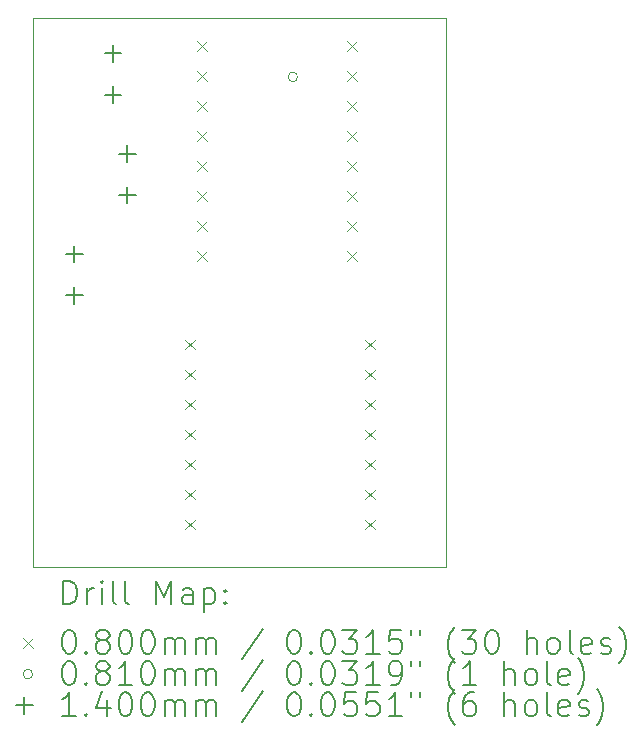
<source format=gbr>
%TF.GenerationSoftware,KiCad,Pcbnew,8.0.6*%
%TF.CreationDate,2024-10-28T18:17:31-04:00*%
%TF.ProjectId,polulu_motor,706f6c75-6c75-45f6-9d6f-746f722e6b69,rev?*%
%TF.SameCoordinates,Original*%
%TF.FileFunction,Drillmap*%
%TF.FilePolarity,Positive*%
%FSLAX45Y45*%
G04 Gerber Fmt 4.5, Leading zero omitted, Abs format (unit mm)*
G04 Created by KiCad (PCBNEW 8.0.6) date 2024-10-28 18:17:31*
%MOMM*%
%LPD*%
G01*
G04 APERTURE LIST*
%ADD10C,0.050000*%
%ADD11C,0.200000*%
%ADD12C,0.100000*%
%ADD13C,0.140000*%
G04 APERTURE END LIST*
D10*
X11550000Y-4550000D02*
X15050000Y-4550000D01*
X15050000Y-9200000D01*
X11550000Y-9200000D01*
X11550000Y-4550000D01*
D11*
D12*
X12841500Y-7275000D02*
X12921500Y-7355000D01*
X12921500Y-7275000D02*
X12841500Y-7355000D01*
X12841500Y-7529000D02*
X12921500Y-7609000D01*
X12921500Y-7529000D02*
X12841500Y-7609000D01*
X12841500Y-7783000D02*
X12921500Y-7863000D01*
X12921500Y-7783000D02*
X12841500Y-7863000D01*
X12841500Y-8037000D02*
X12921500Y-8117000D01*
X12921500Y-8037000D02*
X12841500Y-8117000D01*
X12841500Y-8291000D02*
X12921500Y-8371000D01*
X12921500Y-8291000D02*
X12841500Y-8371000D01*
X12841500Y-8545000D02*
X12921500Y-8625000D01*
X12921500Y-8545000D02*
X12841500Y-8625000D01*
X12841500Y-8799000D02*
X12921500Y-8879000D01*
X12921500Y-8799000D02*
X12841500Y-8879000D01*
X12940000Y-4748000D02*
X13020000Y-4828000D01*
X13020000Y-4748000D02*
X12940000Y-4828000D01*
X12940000Y-5002000D02*
X13020000Y-5082000D01*
X13020000Y-5002000D02*
X12940000Y-5082000D01*
X12940000Y-5256000D02*
X13020000Y-5336000D01*
X13020000Y-5256000D02*
X12940000Y-5336000D01*
X12940000Y-5510000D02*
X13020000Y-5590000D01*
X13020000Y-5510000D02*
X12940000Y-5590000D01*
X12940000Y-5764000D02*
X13020000Y-5844000D01*
X13020000Y-5764000D02*
X12940000Y-5844000D01*
X12940000Y-6018000D02*
X13020000Y-6098000D01*
X13020000Y-6018000D02*
X12940000Y-6098000D01*
X12940000Y-6272000D02*
X13020000Y-6352000D01*
X13020000Y-6272000D02*
X12940000Y-6352000D01*
X12940000Y-6526000D02*
X13020000Y-6606000D01*
X13020000Y-6526000D02*
X12940000Y-6606000D01*
X14210000Y-4748000D02*
X14290000Y-4828000D01*
X14290000Y-4748000D02*
X14210000Y-4828000D01*
X14210000Y-5002000D02*
X14290000Y-5082000D01*
X14290000Y-5002000D02*
X14210000Y-5082000D01*
X14210000Y-5256000D02*
X14290000Y-5336000D01*
X14290000Y-5256000D02*
X14210000Y-5336000D01*
X14210000Y-5510000D02*
X14290000Y-5590000D01*
X14290000Y-5510000D02*
X14210000Y-5590000D01*
X14210000Y-5764000D02*
X14290000Y-5844000D01*
X14290000Y-5764000D02*
X14210000Y-5844000D01*
X14210000Y-6018000D02*
X14290000Y-6098000D01*
X14290000Y-6018000D02*
X14210000Y-6098000D01*
X14210000Y-6272000D02*
X14290000Y-6352000D01*
X14290000Y-6272000D02*
X14210000Y-6352000D01*
X14210000Y-6526000D02*
X14290000Y-6606000D01*
X14290000Y-6526000D02*
X14210000Y-6606000D01*
X14365000Y-7275000D02*
X14445000Y-7355000D01*
X14445000Y-7275000D02*
X14365000Y-7355000D01*
X14365000Y-7529000D02*
X14445000Y-7609000D01*
X14445000Y-7529000D02*
X14365000Y-7609000D01*
X14365000Y-7783000D02*
X14445000Y-7863000D01*
X14445000Y-7783000D02*
X14365000Y-7863000D01*
X14365000Y-8037000D02*
X14445000Y-8117000D01*
X14445000Y-8037000D02*
X14365000Y-8117000D01*
X14365000Y-8291000D02*
X14445000Y-8371000D01*
X14445000Y-8291000D02*
X14365000Y-8371000D01*
X14365000Y-8545000D02*
X14445000Y-8625000D01*
X14445000Y-8545000D02*
X14365000Y-8625000D01*
X14365000Y-8799000D02*
X14445000Y-8879000D01*
X14445000Y-8799000D02*
X14365000Y-8879000D01*
X13790500Y-5050000D02*
G75*
G02*
X13709500Y-5050000I-40500J0D01*
G01*
X13709500Y-5050000D02*
G75*
G02*
X13790500Y-5050000I40500J0D01*
G01*
D13*
X11900000Y-6480000D02*
X11900000Y-6620000D01*
X11830000Y-6550000D02*
X11970000Y-6550000D01*
X11900000Y-6830000D02*
X11900000Y-6970000D01*
X11830000Y-6900000D02*
X11970000Y-6900000D01*
X12228000Y-4780000D02*
X12228000Y-4920000D01*
X12158000Y-4850000D02*
X12298000Y-4850000D01*
X12228000Y-5130000D02*
X12228000Y-5270000D01*
X12158000Y-5200000D02*
X12298000Y-5200000D01*
X12350000Y-5630000D02*
X12350000Y-5770000D01*
X12280000Y-5700000D02*
X12420000Y-5700000D01*
X12350000Y-5980000D02*
X12350000Y-6120000D01*
X12280000Y-6050000D02*
X12420000Y-6050000D01*
D11*
X11808277Y-9513984D02*
X11808277Y-9313984D01*
X11808277Y-9313984D02*
X11855896Y-9313984D01*
X11855896Y-9313984D02*
X11884467Y-9323508D01*
X11884467Y-9323508D02*
X11903515Y-9342555D01*
X11903515Y-9342555D02*
X11913039Y-9361603D01*
X11913039Y-9361603D02*
X11922562Y-9399698D01*
X11922562Y-9399698D02*
X11922562Y-9428270D01*
X11922562Y-9428270D02*
X11913039Y-9466365D01*
X11913039Y-9466365D02*
X11903515Y-9485412D01*
X11903515Y-9485412D02*
X11884467Y-9504460D01*
X11884467Y-9504460D02*
X11855896Y-9513984D01*
X11855896Y-9513984D02*
X11808277Y-9513984D01*
X12008277Y-9513984D02*
X12008277Y-9380650D01*
X12008277Y-9418746D02*
X12017801Y-9399698D01*
X12017801Y-9399698D02*
X12027324Y-9390174D01*
X12027324Y-9390174D02*
X12046372Y-9380650D01*
X12046372Y-9380650D02*
X12065420Y-9380650D01*
X12132086Y-9513984D02*
X12132086Y-9380650D01*
X12132086Y-9313984D02*
X12122562Y-9323508D01*
X12122562Y-9323508D02*
X12132086Y-9333031D01*
X12132086Y-9333031D02*
X12141610Y-9323508D01*
X12141610Y-9323508D02*
X12132086Y-9313984D01*
X12132086Y-9313984D02*
X12132086Y-9333031D01*
X12255896Y-9513984D02*
X12236848Y-9504460D01*
X12236848Y-9504460D02*
X12227324Y-9485412D01*
X12227324Y-9485412D02*
X12227324Y-9313984D01*
X12360658Y-9513984D02*
X12341610Y-9504460D01*
X12341610Y-9504460D02*
X12332086Y-9485412D01*
X12332086Y-9485412D02*
X12332086Y-9313984D01*
X12589229Y-9513984D02*
X12589229Y-9313984D01*
X12589229Y-9313984D02*
X12655896Y-9456841D01*
X12655896Y-9456841D02*
X12722562Y-9313984D01*
X12722562Y-9313984D02*
X12722562Y-9513984D01*
X12903515Y-9513984D02*
X12903515Y-9409222D01*
X12903515Y-9409222D02*
X12893991Y-9390174D01*
X12893991Y-9390174D02*
X12874943Y-9380650D01*
X12874943Y-9380650D02*
X12836848Y-9380650D01*
X12836848Y-9380650D02*
X12817801Y-9390174D01*
X12903515Y-9504460D02*
X12884467Y-9513984D01*
X12884467Y-9513984D02*
X12836848Y-9513984D01*
X12836848Y-9513984D02*
X12817801Y-9504460D01*
X12817801Y-9504460D02*
X12808277Y-9485412D01*
X12808277Y-9485412D02*
X12808277Y-9466365D01*
X12808277Y-9466365D02*
X12817801Y-9447317D01*
X12817801Y-9447317D02*
X12836848Y-9437793D01*
X12836848Y-9437793D02*
X12884467Y-9437793D01*
X12884467Y-9437793D02*
X12903515Y-9428270D01*
X12998753Y-9380650D02*
X12998753Y-9580650D01*
X12998753Y-9390174D02*
X13017801Y-9380650D01*
X13017801Y-9380650D02*
X13055896Y-9380650D01*
X13055896Y-9380650D02*
X13074943Y-9390174D01*
X13074943Y-9390174D02*
X13084467Y-9399698D01*
X13084467Y-9399698D02*
X13093991Y-9418746D01*
X13093991Y-9418746D02*
X13093991Y-9475889D01*
X13093991Y-9475889D02*
X13084467Y-9494936D01*
X13084467Y-9494936D02*
X13074943Y-9504460D01*
X13074943Y-9504460D02*
X13055896Y-9513984D01*
X13055896Y-9513984D02*
X13017801Y-9513984D01*
X13017801Y-9513984D02*
X12998753Y-9504460D01*
X13179705Y-9494936D02*
X13189229Y-9504460D01*
X13189229Y-9504460D02*
X13179705Y-9513984D01*
X13179705Y-9513984D02*
X13170182Y-9504460D01*
X13170182Y-9504460D02*
X13179705Y-9494936D01*
X13179705Y-9494936D02*
X13179705Y-9513984D01*
X13179705Y-9390174D02*
X13189229Y-9399698D01*
X13189229Y-9399698D02*
X13179705Y-9409222D01*
X13179705Y-9409222D02*
X13170182Y-9399698D01*
X13170182Y-9399698D02*
X13179705Y-9390174D01*
X13179705Y-9390174D02*
X13179705Y-9409222D01*
D12*
X11467500Y-9802500D02*
X11547500Y-9882500D01*
X11547500Y-9802500D02*
X11467500Y-9882500D01*
D11*
X11846372Y-9733984D02*
X11865420Y-9733984D01*
X11865420Y-9733984D02*
X11884467Y-9743508D01*
X11884467Y-9743508D02*
X11893991Y-9753031D01*
X11893991Y-9753031D02*
X11903515Y-9772079D01*
X11903515Y-9772079D02*
X11913039Y-9810174D01*
X11913039Y-9810174D02*
X11913039Y-9857793D01*
X11913039Y-9857793D02*
X11903515Y-9895889D01*
X11903515Y-9895889D02*
X11893991Y-9914936D01*
X11893991Y-9914936D02*
X11884467Y-9924460D01*
X11884467Y-9924460D02*
X11865420Y-9933984D01*
X11865420Y-9933984D02*
X11846372Y-9933984D01*
X11846372Y-9933984D02*
X11827324Y-9924460D01*
X11827324Y-9924460D02*
X11817801Y-9914936D01*
X11817801Y-9914936D02*
X11808277Y-9895889D01*
X11808277Y-9895889D02*
X11798753Y-9857793D01*
X11798753Y-9857793D02*
X11798753Y-9810174D01*
X11798753Y-9810174D02*
X11808277Y-9772079D01*
X11808277Y-9772079D02*
X11817801Y-9753031D01*
X11817801Y-9753031D02*
X11827324Y-9743508D01*
X11827324Y-9743508D02*
X11846372Y-9733984D01*
X11998753Y-9914936D02*
X12008277Y-9924460D01*
X12008277Y-9924460D02*
X11998753Y-9933984D01*
X11998753Y-9933984D02*
X11989229Y-9924460D01*
X11989229Y-9924460D02*
X11998753Y-9914936D01*
X11998753Y-9914936D02*
X11998753Y-9933984D01*
X12122562Y-9819698D02*
X12103515Y-9810174D01*
X12103515Y-9810174D02*
X12093991Y-9800650D01*
X12093991Y-9800650D02*
X12084467Y-9781603D01*
X12084467Y-9781603D02*
X12084467Y-9772079D01*
X12084467Y-9772079D02*
X12093991Y-9753031D01*
X12093991Y-9753031D02*
X12103515Y-9743508D01*
X12103515Y-9743508D02*
X12122562Y-9733984D01*
X12122562Y-9733984D02*
X12160658Y-9733984D01*
X12160658Y-9733984D02*
X12179705Y-9743508D01*
X12179705Y-9743508D02*
X12189229Y-9753031D01*
X12189229Y-9753031D02*
X12198753Y-9772079D01*
X12198753Y-9772079D02*
X12198753Y-9781603D01*
X12198753Y-9781603D02*
X12189229Y-9800650D01*
X12189229Y-9800650D02*
X12179705Y-9810174D01*
X12179705Y-9810174D02*
X12160658Y-9819698D01*
X12160658Y-9819698D02*
X12122562Y-9819698D01*
X12122562Y-9819698D02*
X12103515Y-9829222D01*
X12103515Y-9829222D02*
X12093991Y-9838746D01*
X12093991Y-9838746D02*
X12084467Y-9857793D01*
X12084467Y-9857793D02*
X12084467Y-9895889D01*
X12084467Y-9895889D02*
X12093991Y-9914936D01*
X12093991Y-9914936D02*
X12103515Y-9924460D01*
X12103515Y-9924460D02*
X12122562Y-9933984D01*
X12122562Y-9933984D02*
X12160658Y-9933984D01*
X12160658Y-9933984D02*
X12179705Y-9924460D01*
X12179705Y-9924460D02*
X12189229Y-9914936D01*
X12189229Y-9914936D02*
X12198753Y-9895889D01*
X12198753Y-9895889D02*
X12198753Y-9857793D01*
X12198753Y-9857793D02*
X12189229Y-9838746D01*
X12189229Y-9838746D02*
X12179705Y-9829222D01*
X12179705Y-9829222D02*
X12160658Y-9819698D01*
X12322562Y-9733984D02*
X12341610Y-9733984D01*
X12341610Y-9733984D02*
X12360658Y-9743508D01*
X12360658Y-9743508D02*
X12370182Y-9753031D01*
X12370182Y-9753031D02*
X12379705Y-9772079D01*
X12379705Y-9772079D02*
X12389229Y-9810174D01*
X12389229Y-9810174D02*
X12389229Y-9857793D01*
X12389229Y-9857793D02*
X12379705Y-9895889D01*
X12379705Y-9895889D02*
X12370182Y-9914936D01*
X12370182Y-9914936D02*
X12360658Y-9924460D01*
X12360658Y-9924460D02*
X12341610Y-9933984D01*
X12341610Y-9933984D02*
X12322562Y-9933984D01*
X12322562Y-9933984D02*
X12303515Y-9924460D01*
X12303515Y-9924460D02*
X12293991Y-9914936D01*
X12293991Y-9914936D02*
X12284467Y-9895889D01*
X12284467Y-9895889D02*
X12274943Y-9857793D01*
X12274943Y-9857793D02*
X12274943Y-9810174D01*
X12274943Y-9810174D02*
X12284467Y-9772079D01*
X12284467Y-9772079D02*
X12293991Y-9753031D01*
X12293991Y-9753031D02*
X12303515Y-9743508D01*
X12303515Y-9743508D02*
X12322562Y-9733984D01*
X12513039Y-9733984D02*
X12532086Y-9733984D01*
X12532086Y-9733984D02*
X12551134Y-9743508D01*
X12551134Y-9743508D02*
X12560658Y-9753031D01*
X12560658Y-9753031D02*
X12570182Y-9772079D01*
X12570182Y-9772079D02*
X12579705Y-9810174D01*
X12579705Y-9810174D02*
X12579705Y-9857793D01*
X12579705Y-9857793D02*
X12570182Y-9895889D01*
X12570182Y-9895889D02*
X12560658Y-9914936D01*
X12560658Y-9914936D02*
X12551134Y-9924460D01*
X12551134Y-9924460D02*
X12532086Y-9933984D01*
X12532086Y-9933984D02*
X12513039Y-9933984D01*
X12513039Y-9933984D02*
X12493991Y-9924460D01*
X12493991Y-9924460D02*
X12484467Y-9914936D01*
X12484467Y-9914936D02*
X12474943Y-9895889D01*
X12474943Y-9895889D02*
X12465420Y-9857793D01*
X12465420Y-9857793D02*
X12465420Y-9810174D01*
X12465420Y-9810174D02*
X12474943Y-9772079D01*
X12474943Y-9772079D02*
X12484467Y-9753031D01*
X12484467Y-9753031D02*
X12493991Y-9743508D01*
X12493991Y-9743508D02*
X12513039Y-9733984D01*
X12665420Y-9933984D02*
X12665420Y-9800650D01*
X12665420Y-9819698D02*
X12674943Y-9810174D01*
X12674943Y-9810174D02*
X12693991Y-9800650D01*
X12693991Y-9800650D02*
X12722563Y-9800650D01*
X12722563Y-9800650D02*
X12741610Y-9810174D01*
X12741610Y-9810174D02*
X12751134Y-9829222D01*
X12751134Y-9829222D02*
X12751134Y-9933984D01*
X12751134Y-9829222D02*
X12760658Y-9810174D01*
X12760658Y-9810174D02*
X12779705Y-9800650D01*
X12779705Y-9800650D02*
X12808277Y-9800650D01*
X12808277Y-9800650D02*
X12827324Y-9810174D01*
X12827324Y-9810174D02*
X12836848Y-9829222D01*
X12836848Y-9829222D02*
X12836848Y-9933984D01*
X12932086Y-9933984D02*
X12932086Y-9800650D01*
X12932086Y-9819698D02*
X12941610Y-9810174D01*
X12941610Y-9810174D02*
X12960658Y-9800650D01*
X12960658Y-9800650D02*
X12989229Y-9800650D01*
X12989229Y-9800650D02*
X13008277Y-9810174D01*
X13008277Y-9810174D02*
X13017801Y-9829222D01*
X13017801Y-9829222D02*
X13017801Y-9933984D01*
X13017801Y-9829222D02*
X13027324Y-9810174D01*
X13027324Y-9810174D02*
X13046372Y-9800650D01*
X13046372Y-9800650D02*
X13074943Y-9800650D01*
X13074943Y-9800650D02*
X13093991Y-9810174D01*
X13093991Y-9810174D02*
X13103515Y-9829222D01*
X13103515Y-9829222D02*
X13103515Y-9933984D01*
X13493991Y-9724460D02*
X13322563Y-9981603D01*
X13751134Y-9733984D02*
X13770182Y-9733984D01*
X13770182Y-9733984D02*
X13789229Y-9743508D01*
X13789229Y-9743508D02*
X13798753Y-9753031D01*
X13798753Y-9753031D02*
X13808277Y-9772079D01*
X13808277Y-9772079D02*
X13817801Y-9810174D01*
X13817801Y-9810174D02*
X13817801Y-9857793D01*
X13817801Y-9857793D02*
X13808277Y-9895889D01*
X13808277Y-9895889D02*
X13798753Y-9914936D01*
X13798753Y-9914936D02*
X13789229Y-9924460D01*
X13789229Y-9924460D02*
X13770182Y-9933984D01*
X13770182Y-9933984D02*
X13751134Y-9933984D01*
X13751134Y-9933984D02*
X13732086Y-9924460D01*
X13732086Y-9924460D02*
X13722563Y-9914936D01*
X13722563Y-9914936D02*
X13713039Y-9895889D01*
X13713039Y-9895889D02*
X13703515Y-9857793D01*
X13703515Y-9857793D02*
X13703515Y-9810174D01*
X13703515Y-9810174D02*
X13713039Y-9772079D01*
X13713039Y-9772079D02*
X13722563Y-9753031D01*
X13722563Y-9753031D02*
X13732086Y-9743508D01*
X13732086Y-9743508D02*
X13751134Y-9733984D01*
X13903515Y-9914936D02*
X13913039Y-9924460D01*
X13913039Y-9924460D02*
X13903515Y-9933984D01*
X13903515Y-9933984D02*
X13893991Y-9924460D01*
X13893991Y-9924460D02*
X13903515Y-9914936D01*
X13903515Y-9914936D02*
X13903515Y-9933984D01*
X14036848Y-9733984D02*
X14055896Y-9733984D01*
X14055896Y-9733984D02*
X14074944Y-9743508D01*
X14074944Y-9743508D02*
X14084467Y-9753031D01*
X14084467Y-9753031D02*
X14093991Y-9772079D01*
X14093991Y-9772079D02*
X14103515Y-9810174D01*
X14103515Y-9810174D02*
X14103515Y-9857793D01*
X14103515Y-9857793D02*
X14093991Y-9895889D01*
X14093991Y-9895889D02*
X14084467Y-9914936D01*
X14084467Y-9914936D02*
X14074944Y-9924460D01*
X14074944Y-9924460D02*
X14055896Y-9933984D01*
X14055896Y-9933984D02*
X14036848Y-9933984D01*
X14036848Y-9933984D02*
X14017801Y-9924460D01*
X14017801Y-9924460D02*
X14008277Y-9914936D01*
X14008277Y-9914936D02*
X13998753Y-9895889D01*
X13998753Y-9895889D02*
X13989229Y-9857793D01*
X13989229Y-9857793D02*
X13989229Y-9810174D01*
X13989229Y-9810174D02*
X13998753Y-9772079D01*
X13998753Y-9772079D02*
X14008277Y-9753031D01*
X14008277Y-9753031D02*
X14017801Y-9743508D01*
X14017801Y-9743508D02*
X14036848Y-9733984D01*
X14170182Y-9733984D02*
X14293991Y-9733984D01*
X14293991Y-9733984D02*
X14227325Y-9810174D01*
X14227325Y-9810174D02*
X14255896Y-9810174D01*
X14255896Y-9810174D02*
X14274944Y-9819698D01*
X14274944Y-9819698D02*
X14284467Y-9829222D01*
X14284467Y-9829222D02*
X14293991Y-9848270D01*
X14293991Y-9848270D02*
X14293991Y-9895889D01*
X14293991Y-9895889D02*
X14284467Y-9914936D01*
X14284467Y-9914936D02*
X14274944Y-9924460D01*
X14274944Y-9924460D02*
X14255896Y-9933984D01*
X14255896Y-9933984D02*
X14198753Y-9933984D01*
X14198753Y-9933984D02*
X14179706Y-9924460D01*
X14179706Y-9924460D02*
X14170182Y-9914936D01*
X14484467Y-9933984D02*
X14370182Y-9933984D01*
X14427325Y-9933984D02*
X14427325Y-9733984D01*
X14427325Y-9733984D02*
X14408277Y-9762555D01*
X14408277Y-9762555D02*
X14389229Y-9781603D01*
X14389229Y-9781603D02*
X14370182Y-9791127D01*
X14665420Y-9733984D02*
X14570182Y-9733984D01*
X14570182Y-9733984D02*
X14560658Y-9829222D01*
X14560658Y-9829222D02*
X14570182Y-9819698D01*
X14570182Y-9819698D02*
X14589229Y-9810174D01*
X14589229Y-9810174D02*
X14636848Y-9810174D01*
X14636848Y-9810174D02*
X14655896Y-9819698D01*
X14655896Y-9819698D02*
X14665420Y-9829222D01*
X14665420Y-9829222D02*
X14674944Y-9848270D01*
X14674944Y-9848270D02*
X14674944Y-9895889D01*
X14674944Y-9895889D02*
X14665420Y-9914936D01*
X14665420Y-9914936D02*
X14655896Y-9924460D01*
X14655896Y-9924460D02*
X14636848Y-9933984D01*
X14636848Y-9933984D02*
X14589229Y-9933984D01*
X14589229Y-9933984D02*
X14570182Y-9924460D01*
X14570182Y-9924460D02*
X14560658Y-9914936D01*
X14751134Y-9733984D02*
X14751134Y-9772079D01*
X14827325Y-9733984D02*
X14827325Y-9772079D01*
X15122563Y-10010174D02*
X15113039Y-10000650D01*
X15113039Y-10000650D02*
X15093991Y-9972079D01*
X15093991Y-9972079D02*
X15084468Y-9953031D01*
X15084468Y-9953031D02*
X15074944Y-9924460D01*
X15074944Y-9924460D02*
X15065420Y-9876841D01*
X15065420Y-9876841D02*
X15065420Y-9838746D01*
X15065420Y-9838746D02*
X15074944Y-9791127D01*
X15074944Y-9791127D02*
X15084468Y-9762555D01*
X15084468Y-9762555D02*
X15093991Y-9743508D01*
X15093991Y-9743508D02*
X15113039Y-9714936D01*
X15113039Y-9714936D02*
X15122563Y-9705412D01*
X15179706Y-9733984D02*
X15303515Y-9733984D01*
X15303515Y-9733984D02*
X15236848Y-9810174D01*
X15236848Y-9810174D02*
X15265420Y-9810174D01*
X15265420Y-9810174D02*
X15284468Y-9819698D01*
X15284468Y-9819698D02*
X15293991Y-9829222D01*
X15293991Y-9829222D02*
X15303515Y-9848270D01*
X15303515Y-9848270D02*
X15303515Y-9895889D01*
X15303515Y-9895889D02*
X15293991Y-9914936D01*
X15293991Y-9914936D02*
X15284468Y-9924460D01*
X15284468Y-9924460D02*
X15265420Y-9933984D01*
X15265420Y-9933984D02*
X15208277Y-9933984D01*
X15208277Y-9933984D02*
X15189229Y-9924460D01*
X15189229Y-9924460D02*
X15179706Y-9914936D01*
X15427325Y-9733984D02*
X15446372Y-9733984D01*
X15446372Y-9733984D02*
X15465420Y-9743508D01*
X15465420Y-9743508D02*
X15474944Y-9753031D01*
X15474944Y-9753031D02*
X15484468Y-9772079D01*
X15484468Y-9772079D02*
X15493991Y-9810174D01*
X15493991Y-9810174D02*
X15493991Y-9857793D01*
X15493991Y-9857793D02*
X15484468Y-9895889D01*
X15484468Y-9895889D02*
X15474944Y-9914936D01*
X15474944Y-9914936D02*
X15465420Y-9924460D01*
X15465420Y-9924460D02*
X15446372Y-9933984D01*
X15446372Y-9933984D02*
X15427325Y-9933984D01*
X15427325Y-9933984D02*
X15408277Y-9924460D01*
X15408277Y-9924460D02*
X15398753Y-9914936D01*
X15398753Y-9914936D02*
X15389229Y-9895889D01*
X15389229Y-9895889D02*
X15379706Y-9857793D01*
X15379706Y-9857793D02*
X15379706Y-9810174D01*
X15379706Y-9810174D02*
X15389229Y-9772079D01*
X15389229Y-9772079D02*
X15398753Y-9753031D01*
X15398753Y-9753031D02*
X15408277Y-9743508D01*
X15408277Y-9743508D02*
X15427325Y-9733984D01*
X15732087Y-9933984D02*
X15732087Y-9733984D01*
X15817801Y-9933984D02*
X15817801Y-9829222D01*
X15817801Y-9829222D02*
X15808277Y-9810174D01*
X15808277Y-9810174D02*
X15789230Y-9800650D01*
X15789230Y-9800650D02*
X15760658Y-9800650D01*
X15760658Y-9800650D02*
X15741610Y-9810174D01*
X15741610Y-9810174D02*
X15732087Y-9819698D01*
X15941610Y-9933984D02*
X15922563Y-9924460D01*
X15922563Y-9924460D02*
X15913039Y-9914936D01*
X15913039Y-9914936D02*
X15903515Y-9895889D01*
X15903515Y-9895889D02*
X15903515Y-9838746D01*
X15903515Y-9838746D02*
X15913039Y-9819698D01*
X15913039Y-9819698D02*
X15922563Y-9810174D01*
X15922563Y-9810174D02*
X15941610Y-9800650D01*
X15941610Y-9800650D02*
X15970182Y-9800650D01*
X15970182Y-9800650D02*
X15989230Y-9810174D01*
X15989230Y-9810174D02*
X15998753Y-9819698D01*
X15998753Y-9819698D02*
X16008277Y-9838746D01*
X16008277Y-9838746D02*
X16008277Y-9895889D01*
X16008277Y-9895889D02*
X15998753Y-9914936D01*
X15998753Y-9914936D02*
X15989230Y-9924460D01*
X15989230Y-9924460D02*
X15970182Y-9933984D01*
X15970182Y-9933984D02*
X15941610Y-9933984D01*
X16122563Y-9933984D02*
X16103515Y-9924460D01*
X16103515Y-9924460D02*
X16093991Y-9905412D01*
X16093991Y-9905412D02*
X16093991Y-9733984D01*
X16274944Y-9924460D02*
X16255896Y-9933984D01*
X16255896Y-9933984D02*
X16217801Y-9933984D01*
X16217801Y-9933984D02*
X16198753Y-9924460D01*
X16198753Y-9924460D02*
X16189230Y-9905412D01*
X16189230Y-9905412D02*
X16189230Y-9829222D01*
X16189230Y-9829222D02*
X16198753Y-9810174D01*
X16198753Y-9810174D02*
X16217801Y-9800650D01*
X16217801Y-9800650D02*
X16255896Y-9800650D01*
X16255896Y-9800650D02*
X16274944Y-9810174D01*
X16274944Y-9810174D02*
X16284468Y-9829222D01*
X16284468Y-9829222D02*
X16284468Y-9848270D01*
X16284468Y-9848270D02*
X16189230Y-9867317D01*
X16360658Y-9924460D02*
X16379706Y-9933984D01*
X16379706Y-9933984D02*
X16417801Y-9933984D01*
X16417801Y-9933984D02*
X16436849Y-9924460D01*
X16436849Y-9924460D02*
X16446372Y-9905412D01*
X16446372Y-9905412D02*
X16446372Y-9895889D01*
X16446372Y-9895889D02*
X16436849Y-9876841D01*
X16436849Y-9876841D02*
X16417801Y-9867317D01*
X16417801Y-9867317D02*
X16389230Y-9867317D01*
X16389230Y-9867317D02*
X16370182Y-9857793D01*
X16370182Y-9857793D02*
X16360658Y-9838746D01*
X16360658Y-9838746D02*
X16360658Y-9829222D01*
X16360658Y-9829222D02*
X16370182Y-9810174D01*
X16370182Y-9810174D02*
X16389230Y-9800650D01*
X16389230Y-9800650D02*
X16417801Y-9800650D01*
X16417801Y-9800650D02*
X16436849Y-9810174D01*
X16513039Y-10010174D02*
X16522563Y-10000650D01*
X16522563Y-10000650D02*
X16541611Y-9972079D01*
X16541611Y-9972079D02*
X16551134Y-9953031D01*
X16551134Y-9953031D02*
X16560658Y-9924460D01*
X16560658Y-9924460D02*
X16570182Y-9876841D01*
X16570182Y-9876841D02*
X16570182Y-9838746D01*
X16570182Y-9838746D02*
X16560658Y-9791127D01*
X16560658Y-9791127D02*
X16551134Y-9762555D01*
X16551134Y-9762555D02*
X16541611Y-9743508D01*
X16541611Y-9743508D02*
X16522563Y-9714936D01*
X16522563Y-9714936D02*
X16513039Y-9705412D01*
D12*
X11547500Y-10106500D02*
G75*
G02*
X11466500Y-10106500I-40500J0D01*
G01*
X11466500Y-10106500D02*
G75*
G02*
X11547500Y-10106500I40500J0D01*
G01*
D11*
X11846372Y-9997984D02*
X11865420Y-9997984D01*
X11865420Y-9997984D02*
X11884467Y-10007508D01*
X11884467Y-10007508D02*
X11893991Y-10017031D01*
X11893991Y-10017031D02*
X11903515Y-10036079D01*
X11903515Y-10036079D02*
X11913039Y-10074174D01*
X11913039Y-10074174D02*
X11913039Y-10121793D01*
X11913039Y-10121793D02*
X11903515Y-10159889D01*
X11903515Y-10159889D02*
X11893991Y-10178936D01*
X11893991Y-10178936D02*
X11884467Y-10188460D01*
X11884467Y-10188460D02*
X11865420Y-10197984D01*
X11865420Y-10197984D02*
X11846372Y-10197984D01*
X11846372Y-10197984D02*
X11827324Y-10188460D01*
X11827324Y-10188460D02*
X11817801Y-10178936D01*
X11817801Y-10178936D02*
X11808277Y-10159889D01*
X11808277Y-10159889D02*
X11798753Y-10121793D01*
X11798753Y-10121793D02*
X11798753Y-10074174D01*
X11798753Y-10074174D02*
X11808277Y-10036079D01*
X11808277Y-10036079D02*
X11817801Y-10017031D01*
X11817801Y-10017031D02*
X11827324Y-10007508D01*
X11827324Y-10007508D02*
X11846372Y-9997984D01*
X11998753Y-10178936D02*
X12008277Y-10188460D01*
X12008277Y-10188460D02*
X11998753Y-10197984D01*
X11998753Y-10197984D02*
X11989229Y-10188460D01*
X11989229Y-10188460D02*
X11998753Y-10178936D01*
X11998753Y-10178936D02*
X11998753Y-10197984D01*
X12122562Y-10083698D02*
X12103515Y-10074174D01*
X12103515Y-10074174D02*
X12093991Y-10064650D01*
X12093991Y-10064650D02*
X12084467Y-10045603D01*
X12084467Y-10045603D02*
X12084467Y-10036079D01*
X12084467Y-10036079D02*
X12093991Y-10017031D01*
X12093991Y-10017031D02*
X12103515Y-10007508D01*
X12103515Y-10007508D02*
X12122562Y-9997984D01*
X12122562Y-9997984D02*
X12160658Y-9997984D01*
X12160658Y-9997984D02*
X12179705Y-10007508D01*
X12179705Y-10007508D02*
X12189229Y-10017031D01*
X12189229Y-10017031D02*
X12198753Y-10036079D01*
X12198753Y-10036079D02*
X12198753Y-10045603D01*
X12198753Y-10045603D02*
X12189229Y-10064650D01*
X12189229Y-10064650D02*
X12179705Y-10074174D01*
X12179705Y-10074174D02*
X12160658Y-10083698D01*
X12160658Y-10083698D02*
X12122562Y-10083698D01*
X12122562Y-10083698D02*
X12103515Y-10093222D01*
X12103515Y-10093222D02*
X12093991Y-10102746D01*
X12093991Y-10102746D02*
X12084467Y-10121793D01*
X12084467Y-10121793D02*
X12084467Y-10159889D01*
X12084467Y-10159889D02*
X12093991Y-10178936D01*
X12093991Y-10178936D02*
X12103515Y-10188460D01*
X12103515Y-10188460D02*
X12122562Y-10197984D01*
X12122562Y-10197984D02*
X12160658Y-10197984D01*
X12160658Y-10197984D02*
X12179705Y-10188460D01*
X12179705Y-10188460D02*
X12189229Y-10178936D01*
X12189229Y-10178936D02*
X12198753Y-10159889D01*
X12198753Y-10159889D02*
X12198753Y-10121793D01*
X12198753Y-10121793D02*
X12189229Y-10102746D01*
X12189229Y-10102746D02*
X12179705Y-10093222D01*
X12179705Y-10093222D02*
X12160658Y-10083698D01*
X12389229Y-10197984D02*
X12274943Y-10197984D01*
X12332086Y-10197984D02*
X12332086Y-9997984D01*
X12332086Y-9997984D02*
X12313039Y-10026555D01*
X12313039Y-10026555D02*
X12293991Y-10045603D01*
X12293991Y-10045603D02*
X12274943Y-10055127D01*
X12513039Y-9997984D02*
X12532086Y-9997984D01*
X12532086Y-9997984D02*
X12551134Y-10007508D01*
X12551134Y-10007508D02*
X12560658Y-10017031D01*
X12560658Y-10017031D02*
X12570182Y-10036079D01*
X12570182Y-10036079D02*
X12579705Y-10074174D01*
X12579705Y-10074174D02*
X12579705Y-10121793D01*
X12579705Y-10121793D02*
X12570182Y-10159889D01*
X12570182Y-10159889D02*
X12560658Y-10178936D01*
X12560658Y-10178936D02*
X12551134Y-10188460D01*
X12551134Y-10188460D02*
X12532086Y-10197984D01*
X12532086Y-10197984D02*
X12513039Y-10197984D01*
X12513039Y-10197984D02*
X12493991Y-10188460D01*
X12493991Y-10188460D02*
X12484467Y-10178936D01*
X12484467Y-10178936D02*
X12474943Y-10159889D01*
X12474943Y-10159889D02*
X12465420Y-10121793D01*
X12465420Y-10121793D02*
X12465420Y-10074174D01*
X12465420Y-10074174D02*
X12474943Y-10036079D01*
X12474943Y-10036079D02*
X12484467Y-10017031D01*
X12484467Y-10017031D02*
X12493991Y-10007508D01*
X12493991Y-10007508D02*
X12513039Y-9997984D01*
X12665420Y-10197984D02*
X12665420Y-10064650D01*
X12665420Y-10083698D02*
X12674943Y-10074174D01*
X12674943Y-10074174D02*
X12693991Y-10064650D01*
X12693991Y-10064650D02*
X12722563Y-10064650D01*
X12722563Y-10064650D02*
X12741610Y-10074174D01*
X12741610Y-10074174D02*
X12751134Y-10093222D01*
X12751134Y-10093222D02*
X12751134Y-10197984D01*
X12751134Y-10093222D02*
X12760658Y-10074174D01*
X12760658Y-10074174D02*
X12779705Y-10064650D01*
X12779705Y-10064650D02*
X12808277Y-10064650D01*
X12808277Y-10064650D02*
X12827324Y-10074174D01*
X12827324Y-10074174D02*
X12836848Y-10093222D01*
X12836848Y-10093222D02*
X12836848Y-10197984D01*
X12932086Y-10197984D02*
X12932086Y-10064650D01*
X12932086Y-10083698D02*
X12941610Y-10074174D01*
X12941610Y-10074174D02*
X12960658Y-10064650D01*
X12960658Y-10064650D02*
X12989229Y-10064650D01*
X12989229Y-10064650D02*
X13008277Y-10074174D01*
X13008277Y-10074174D02*
X13017801Y-10093222D01*
X13017801Y-10093222D02*
X13017801Y-10197984D01*
X13017801Y-10093222D02*
X13027324Y-10074174D01*
X13027324Y-10074174D02*
X13046372Y-10064650D01*
X13046372Y-10064650D02*
X13074943Y-10064650D01*
X13074943Y-10064650D02*
X13093991Y-10074174D01*
X13093991Y-10074174D02*
X13103515Y-10093222D01*
X13103515Y-10093222D02*
X13103515Y-10197984D01*
X13493991Y-9988460D02*
X13322563Y-10245603D01*
X13751134Y-9997984D02*
X13770182Y-9997984D01*
X13770182Y-9997984D02*
X13789229Y-10007508D01*
X13789229Y-10007508D02*
X13798753Y-10017031D01*
X13798753Y-10017031D02*
X13808277Y-10036079D01*
X13808277Y-10036079D02*
X13817801Y-10074174D01*
X13817801Y-10074174D02*
X13817801Y-10121793D01*
X13817801Y-10121793D02*
X13808277Y-10159889D01*
X13808277Y-10159889D02*
X13798753Y-10178936D01*
X13798753Y-10178936D02*
X13789229Y-10188460D01*
X13789229Y-10188460D02*
X13770182Y-10197984D01*
X13770182Y-10197984D02*
X13751134Y-10197984D01*
X13751134Y-10197984D02*
X13732086Y-10188460D01*
X13732086Y-10188460D02*
X13722563Y-10178936D01*
X13722563Y-10178936D02*
X13713039Y-10159889D01*
X13713039Y-10159889D02*
X13703515Y-10121793D01*
X13703515Y-10121793D02*
X13703515Y-10074174D01*
X13703515Y-10074174D02*
X13713039Y-10036079D01*
X13713039Y-10036079D02*
X13722563Y-10017031D01*
X13722563Y-10017031D02*
X13732086Y-10007508D01*
X13732086Y-10007508D02*
X13751134Y-9997984D01*
X13903515Y-10178936D02*
X13913039Y-10188460D01*
X13913039Y-10188460D02*
X13903515Y-10197984D01*
X13903515Y-10197984D02*
X13893991Y-10188460D01*
X13893991Y-10188460D02*
X13903515Y-10178936D01*
X13903515Y-10178936D02*
X13903515Y-10197984D01*
X14036848Y-9997984D02*
X14055896Y-9997984D01*
X14055896Y-9997984D02*
X14074944Y-10007508D01*
X14074944Y-10007508D02*
X14084467Y-10017031D01*
X14084467Y-10017031D02*
X14093991Y-10036079D01*
X14093991Y-10036079D02*
X14103515Y-10074174D01*
X14103515Y-10074174D02*
X14103515Y-10121793D01*
X14103515Y-10121793D02*
X14093991Y-10159889D01*
X14093991Y-10159889D02*
X14084467Y-10178936D01*
X14084467Y-10178936D02*
X14074944Y-10188460D01*
X14074944Y-10188460D02*
X14055896Y-10197984D01*
X14055896Y-10197984D02*
X14036848Y-10197984D01*
X14036848Y-10197984D02*
X14017801Y-10188460D01*
X14017801Y-10188460D02*
X14008277Y-10178936D01*
X14008277Y-10178936D02*
X13998753Y-10159889D01*
X13998753Y-10159889D02*
X13989229Y-10121793D01*
X13989229Y-10121793D02*
X13989229Y-10074174D01*
X13989229Y-10074174D02*
X13998753Y-10036079D01*
X13998753Y-10036079D02*
X14008277Y-10017031D01*
X14008277Y-10017031D02*
X14017801Y-10007508D01*
X14017801Y-10007508D02*
X14036848Y-9997984D01*
X14170182Y-9997984D02*
X14293991Y-9997984D01*
X14293991Y-9997984D02*
X14227325Y-10074174D01*
X14227325Y-10074174D02*
X14255896Y-10074174D01*
X14255896Y-10074174D02*
X14274944Y-10083698D01*
X14274944Y-10083698D02*
X14284467Y-10093222D01*
X14284467Y-10093222D02*
X14293991Y-10112270D01*
X14293991Y-10112270D02*
X14293991Y-10159889D01*
X14293991Y-10159889D02*
X14284467Y-10178936D01*
X14284467Y-10178936D02*
X14274944Y-10188460D01*
X14274944Y-10188460D02*
X14255896Y-10197984D01*
X14255896Y-10197984D02*
X14198753Y-10197984D01*
X14198753Y-10197984D02*
X14179706Y-10188460D01*
X14179706Y-10188460D02*
X14170182Y-10178936D01*
X14484467Y-10197984D02*
X14370182Y-10197984D01*
X14427325Y-10197984D02*
X14427325Y-9997984D01*
X14427325Y-9997984D02*
X14408277Y-10026555D01*
X14408277Y-10026555D02*
X14389229Y-10045603D01*
X14389229Y-10045603D02*
X14370182Y-10055127D01*
X14579706Y-10197984D02*
X14617801Y-10197984D01*
X14617801Y-10197984D02*
X14636848Y-10188460D01*
X14636848Y-10188460D02*
X14646372Y-10178936D01*
X14646372Y-10178936D02*
X14665420Y-10150365D01*
X14665420Y-10150365D02*
X14674944Y-10112270D01*
X14674944Y-10112270D02*
X14674944Y-10036079D01*
X14674944Y-10036079D02*
X14665420Y-10017031D01*
X14665420Y-10017031D02*
X14655896Y-10007508D01*
X14655896Y-10007508D02*
X14636848Y-9997984D01*
X14636848Y-9997984D02*
X14598753Y-9997984D01*
X14598753Y-9997984D02*
X14579706Y-10007508D01*
X14579706Y-10007508D02*
X14570182Y-10017031D01*
X14570182Y-10017031D02*
X14560658Y-10036079D01*
X14560658Y-10036079D02*
X14560658Y-10083698D01*
X14560658Y-10083698D02*
X14570182Y-10102746D01*
X14570182Y-10102746D02*
X14579706Y-10112270D01*
X14579706Y-10112270D02*
X14598753Y-10121793D01*
X14598753Y-10121793D02*
X14636848Y-10121793D01*
X14636848Y-10121793D02*
X14655896Y-10112270D01*
X14655896Y-10112270D02*
X14665420Y-10102746D01*
X14665420Y-10102746D02*
X14674944Y-10083698D01*
X14751134Y-9997984D02*
X14751134Y-10036079D01*
X14827325Y-9997984D02*
X14827325Y-10036079D01*
X15122563Y-10274174D02*
X15113039Y-10264650D01*
X15113039Y-10264650D02*
X15093991Y-10236079D01*
X15093991Y-10236079D02*
X15084468Y-10217031D01*
X15084468Y-10217031D02*
X15074944Y-10188460D01*
X15074944Y-10188460D02*
X15065420Y-10140841D01*
X15065420Y-10140841D02*
X15065420Y-10102746D01*
X15065420Y-10102746D02*
X15074944Y-10055127D01*
X15074944Y-10055127D02*
X15084468Y-10026555D01*
X15084468Y-10026555D02*
X15093991Y-10007508D01*
X15093991Y-10007508D02*
X15113039Y-9978936D01*
X15113039Y-9978936D02*
X15122563Y-9969412D01*
X15303515Y-10197984D02*
X15189229Y-10197984D01*
X15246372Y-10197984D02*
X15246372Y-9997984D01*
X15246372Y-9997984D02*
X15227325Y-10026555D01*
X15227325Y-10026555D02*
X15208277Y-10045603D01*
X15208277Y-10045603D02*
X15189229Y-10055127D01*
X15541610Y-10197984D02*
X15541610Y-9997984D01*
X15627325Y-10197984D02*
X15627325Y-10093222D01*
X15627325Y-10093222D02*
X15617801Y-10074174D01*
X15617801Y-10074174D02*
X15598753Y-10064650D01*
X15598753Y-10064650D02*
X15570182Y-10064650D01*
X15570182Y-10064650D02*
X15551134Y-10074174D01*
X15551134Y-10074174D02*
X15541610Y-10083698D01*
X15751134Y-10197984D02*
X15732087Y-10188460D01*
X15732087Y-10188460D02*
X15722563Y-10178936D01*
X15722563Y-10178936D02*
X15713039Y-10159889D01*
X15713039Y-10159889D02*
X15713039Y-10102746D01*
X15713039Y-10102746D02*
X15722563Y-10083698D01*
X15722563Y-10083698D02*
X15732087Y-10074174D01*
X15732087Y-10074174D02*
X15751134Y-10064650D01*
X15751134Y-10064650D02*
X15779706Y-10064650D01*
X15779706Y-10064650D02*
X15798753Y-10074174D01*
X15798753Y-10074174D02*
X15808277Y-10083698D01*
X15808277Y-10083698D02*
X15817801Y-10102746D01*
X15817801Y-10102746D02*
X15817801Y-10159889D01*
X15817801Y-10159889D02*
X15808277Y-10178936D01*
X15808277Y-10178936D02*
X15798753Y-10188460D01*
X15798753Y-10188460D02*
X15779706Y-10197984D01*
X15779706Y-10197984D02*
X15751134Y-10197984D01*
X15932087Y-10197984D02*
X15913039Y-10188460D01*
X15913039Y-10188460D02*
X15903515Y-10169412D01*
X15903515Y-10169412D02*
X15903515Y-9997984D01*
X16084468Y-10188460D02*
X16065420Y-10197984D01*
X16065420Y-10197984D02*
X16027325Y-10197984D01*
X16027325Y-10197984D02*
X16008277Y-10188460D01*
X16008277Y-10188460D02*
X15998753Y-10169412D01*
X15998753Y-10169412D02*
X15998753Y-10093222D01*
X15998753Y-10093222D02*
X16008277Y-10074174D01*
X16008277Y-10074174D02*
X16027325Y-10064650D01*
X16027325Y-10064650D02*
X16065420Y-10064650D01*
X16065420Y-10064650D02*
X16084468Y-10074174D01*
X16084468Y-10074174D02*
X16093991Y-10093222D01*
X16093991Y-10093222D02*
X16093991Y-10112270D01*
X16093991Y-10112270D02*
X15998753Y-10131317D01*
X16160658Y-10274174D02*
X16170182Y-10264650D01*
X16170182Y-10264650D02*
X16189230Y-10236079D01*
X16189230Y-10236079D02*
X16198753Y-10217031D01*
X16198753Y-10217031D02*
X16208277Y-10188460D01*
X16208277Y-10188460D02*
X16217801Y-10140841D01*
X16217801Y-10140841D02*
X16217801Y-10102746D01*
X16217801Y-10102746D02*
X16208277Y-10055127D01*
X16208277Y-10055127D02*
X16198753Y-10026555D01*
X16198753Y-10026555D02*
X16189230Y-10007508D01*
X16189230Y-10007508D02*
X16170182Y-9978936D01*
X16170182Y-9978936D02*
X16160658Y-9969412D01*
D13*
X11477500Y-10300500D02*
X11477500Y-10440500D01*
X11407500Y-10370500D02*
X11547500Y-10370500D01*
D11*
X11913039Y-10461984D02*
X11798753Y-10461984D01*
X11855896Y-10461984D02*
X11855896Y-10261984D01*
X11855896Y-10261984D02*
X11836848Y-10290555D01*
X11836848Y-10290555D02*
X11817801Y-10309603D01*
X11817801Y-10309603D02*
X11798753Y-10319127D01*
X11998753Y-10442936D02*
X12008277Y-10452460D01*
X12008277Y-10452460D02*
X11998753Y-10461984D01*
X11998753Y-10461984D02*
X11989229Y-10452460D01*
X11989229Y-10452460D02*
X11998753Y-10442936D01*
X11998753Y-10442936D02*
X11998753Y-10461984D01*
X12179705Y-10328650D02*
X12179705Y-10461984D01*
X12132086Y-10252460D02*
X12084467Y-10395317D01*
X12084467Y-10395317D02*
X12208277Y-10395317D01*
X12322562Y-10261984D02*
X12341610Y-10261984D01*
X12341610Y-10261984D02*
X12360658Y-10271508D01*
X12360658Y-10271508D02*
X12370182Y-10281031D01*
X12370182Y-10281031D02*
X12379705Y-10300079D01*
X12379705Y-10300079D02*
X12389229Y-10338174D01*
X12389229Y-10338174D02*
X12389229Y-10385793D01*
X12389229Y-10385793D02*
X12379705Y-10423889D01*
X12379705Y-10423889D02*
X12370182Y-10442936D01*
X12370182Y-10442936D02*
X12360658Y-10452460D01*
X12360658Y-10452460D02*
X12341610Y-10461984D01*
X12341610Y-10461984D02*
X12322562Y-10461984D01*
X12322562Y-10461984D02*
X12303515Y-10452460D01*
X12303515Y-10452460D02*
X12293991Y-10442936D01*
X12293991Y-10442936D02*
X12284467Y-10423889D01*
X12284467Y-10423889D02*
X12274943Y-10385793D01*
X12274943Y-10385793D02*
X12274943Y-10338174D01*
X12274943Y-10338174D02*
X12284467Y-10300079D01*
X12284467Y-10300079D02*
X12293991Y-10281031D01*
X12293991Y-10281031D02*
X12303515Y-10271508D01*
X12303515Y-10271508D02*
X12322562Y-10261984D01*
X12513039Y-10261984D02*
X12532086Y-10261984D01*
X12532086Y-10261984D02*
X12551134Y-10271508D01*
X12551134Y-10271508D02*
X12560658Y-10281031D01*
X12560658Y-10281031D02*
X12570182Y-10300079D01*
X12570182Y-10300079D02*
X12579705Y-10338174D01*
X12579705Y-10338174D02*
X12579705Y-10385793D01*
X12579705Y-10385793D02*
X12570182Y-10423889D01*
X12570182Y-10423889D02*
X12560658Y-10442936D01*
X12560658Y-10442936D02*
X12551134Y-10452460D01*
X12551134Y-10452460D02*
X12532086Y-10461984D01*
X12532086Y-10461984D02*
X12513039Y-10461984D01*
X12513039Y-10461984D02*
X12493991Y-10452460D01*
X12493991Y-10452460D02*
X12484467Y-10442936D01*
X12484467Y-10442936D02*
X12474943Y-10423889D01*
X12474943Y-10423889D02*
X12465420Y-10385793D01*
X12465420Y-10385793D02*
X12465420Y-10338174D01*
X12465420Y-10338174D02*
X12474943Y-10300079D01*
X12474943Y-10300079D02*
X12484467Y-10281031D01*
X12484467Y-10281031D02*
X12493991Y-10271508D01*
X12493991Y-10271508D02*
X12513039Y-10261984D01*
X12665420Y-10461984D02*
X12665420Y-10328650D01*
X12665420Y-10347698D02*
X12674943Y-10338174D01*
X12674943Y-10338174D02*
X12693991Y-10328650D01*
X12693991Y-10328650D02*
X12722563Y-10328650D01*
X12722563Y-10328650D02*
X12741610Y-10338174D01*
X12741610Y-10338174D02*
X12751134Y-10357222D01*
X12751134Y-10357222D02*
X12751134Y-10461984D01*
X12751134Y-10357222D02*
X12760658Y-10338174D01*
X12760658Y-10338174D02*
X12779705Y-10328650D01*
X12779705Y-10328650D02*
X12808277Y-10328650D01*
X12808277Y-10328650D02*
X12827324Y-10338174D01*
X12827324Y-10338174D02*
X12836848Y-10357222D01*
X12836848Y-10357222D02*
X12836848Y-10461984D01*
X12932086Y-10461984D02*
X12932086Y-10328650D01*
X12932086Y-10347698D02*
X12941610Y-10338174D01*
X12941610Y-10338174D02*
X12960658Y-10328650D01*
X12960658Y-10328650D02*
X12989229Y-10328650D01*
X12989229Y-10328650D02*
X13008277Y-10338174D01*
X13008277Y-10338174D02*
X13017801Y-10357222D01*
X13017801Y-10357222D02*
X13017801Y-10461984D01*
X13017801Y-10357222D02*
X13027324Y-10338174D01*
X13027324Y-10338174D02*
X13046372Y-10328650D01*
X13046372Y-10328650D02*
X13074943Y-10328650D01*
X13074943Y-10328650D02*
X13093991Y-10338174D01*
X13093991Y-10338174D02*
X13103515Y-10357222D01*
X13103515Y-10357222D02*
X13103515Y-10461984D01*
X13493991Y-10252460D02*
X13322563Y-10509603D01*
X13751134Y-10261984D02*
X13770182Y-10261984D01*
X13770182Y-10261984D02*
X13789229Y-10271508D01*
X13789229Y-10271508D02*
X13798753Y-10281031D01*
X13798753Y-10281031D02*
X13808277Y-10300079D01*
X13808277Y-10300079D02*
X13817801Y-10338174D01*
X13817801Y-10338174D02*
X13817801Y-10385793D01*
X13817801Y-10385793D02*
X13808277Y-10423889D01*
X13808277Y-10423889D02*
X13798753Y-10442936D01*
X13798753Y-10442936D02*
X13789229Y-10452460D01*
X13789229Y-10452460D02*
X13770182Y-10461984D01*
X13770182Y-10461984D02*
X13751134Y-10461984D01*
X13751134Y-10461984D02*
X13732086Y-10452460D01*
X13732086Y-10452460D02*
X13722563Y-10442936D01*
X13722563Y-10442936D02*
X13713039Y-10423889D01*
X13713039Y-10423889D02*
X13703515Y-10385793D01*
X13703515Y-10385793D02*
X13703515Y-10338174D01*
X13703515Y-10338174D02*
X13713039Y-10300079D01*
X13713039Y-10300079D02*
X13722563Y-10281031D01*
X13722563Y-10281031D02*
X13732086Y-10271508D01*
X13732086Y-10271508D02*
X13751134Y-10261984D01*
X13903515Y-10442936D02*
X13913039Y-10452460D01*
X13913039Y-10452460D02*
X13903515Y-10461984D01*
X13903515Y-10461984D02*
X13893991Y-10452460D01*
X13893991Y-10452460D02*
X13903515Y-10442936D01*
X13903515Y-10442936D02*
X13903515Y-10461984D01*
X14036848Y-10261984D02*
X14055896Y-10261984D01*
X14055896Y-10261984D02*
X14074944Y-10271508D01*
X14074944Y-10271508D02*
X14084467Y-10281031D01*
X14084467Y-10281031D02*
X14093991Y-10300079D01*
X14093991Y-10300079D02*
X14103515Y-10338174D01*
X14103515Y-10338174D02*
X14103515Y-10385793D01*
X14103515Y-10385793D02*
X14093991Y-10423889D01*
X14093991Y-10423889D02*
X14084467Y-10442936D01*
X14084467Y-10442936D02*
X14074944Y-10452460D01*
X14074944Y-10452460D02*
X14055896Y-10461984D01*
X14055896Y-10461984D02*
X14036848Y-10461984D01*
X14036848Y-10461984D02*
X14017801Y-10452460D01*
X14017801Y-10452460D02*
X14008277Y-10442936D01*
X14008277Y-10442936D02*
X13998753Y-10423889D01*
X13998753Y-10423889D02*
X13989229Y-10385793D01*
X13989229Y-10385793D02*
X13989229Y-10338174D01*
X13989229Y-10338174D02*
X13998753Y-10300079D01*
X13998753Y-10300079D02*
X14008277Y-10281031D01*
X14008277Y-10281031D02*
X14017801Y-10271508D01*
X14017801Y-10271508D02*
X14036848Y-10261984D01*
X14284467Y-10261984D02*
X14189229Y-10261984D01*
X14189229Y-10261984D02*
X14179706Y-10357222D01*
X14179706Y-10357222D02*
X14189229Y-10347698D01*
X14189229Y-10347698D02*
X14208277Y-10338174D01*
X14208277Y-10338174D02*
X14255896Y-10338174D01*
X14255896Y-10338174D02*
X14274944Y-10347698D01*
X14274944Y-10347698D02*
X14284467Y-10357222D01*
X14284467Y-10357222D02*
X14293991Y-10376270D01*
X14293991Y-10376270D02*
X14293991Y-10423889D01*
X14293991Y-10423889D02*
X14284467Y-10442936D01*
X14284467Y-10442936D02*
X14274944Y-10452460D01*
X14274944Y-10452460D02*
X14255896Y-10461984D01*
X14255896Y-10461984D02*
X14208277Y-10461984D01*
X14208277Y-10461984D02*
X14189229Y-10452460D01*
X14189229Y-10452460D02*
X14179706Y-10442936D01*
X14474944Y-10261984D02*
X14379706Y-10261984D01*
X14379706Y-10261984D02*
X14370182Y-10357222D01*
X14370182Y-10357222D02*
X14379706Y-10347698D01*
X14379706Y-10347698D02*
X14398753Y-10338174D01*
X14398753Y-10338174D02*
X14446372Y-10338174D01*
X14446372Y-10338174D02*
X14465420Y-10347698D01*
X14465420Y-10347698D02*
X14474944Y-10357222D01*
X14474944Y-10357222D02*
X14484467Y-10376270D01*
X14484467Y-10376270D02*
X14484467Y-10423889D01*
X14484467Y-10423889D02*
X14474944Y-10442936D01*
X14474944Y-10442936D02*
X14465420Y-10452460D01*
X14465420Y-10452460D02*
X14446372Y-10461984D01*
X14446372Y-10461984D02*
X14398753Y-10461984D01*
X14398753Y-10461984D02*
X14379706Y-10452460D01*
X14379706Y-10452460D02*
X14370182Y-10442936D01*
X14674944Y-10461984D02*
X14560658Y-10461984D01*
X14617801Y-10461984D02*
X14617801Y-10261984D01*
X14617801Y-10261984D02*
X14598753Y-10290555D01*
X14598753Y-10290555D02*
X14579706Y-10309603D01*
X14579706Y-10309603D02*
X14560658Y-10319127D01*
X14751134Y-10261984D02*
X14751134Y-10300079D01*
X14827325Y-10261984D02*
X14827325Y-10300079D01*
X15122563Y-10538174D02*
X15113039Y-10528650D01*
X15113039Y-10528650D02*
X15093991Y-10500079D01*
X15093991Y-10500079D02*
X15084468Y-10481031D01*
X15084468Y-10481031D02*
X15074944Y-10452460D01*
X15074944Y-10452460D02*
X15065420Y-10404841D01*
X15065420Y-10404841D02*
X15065420Y-10366746D01*
X15065420Y-10366746D02*
X15074944Y-10319127D01*
X15074944Y-10319127D02*
X15084468Y-10290555D01*
X15084468Y-10290555D02*
X15093991Y-10271508D01*
X15093991Y-10271508D02*
X15113039Y-10242936D01*
X15113039Y-10242936D02*
X15122563Y-10233412D01*
X15284468Y-10261984D02*
X15246372Y-10261984D01*
X15246372Y-10261984D02*
X15227325Y-10271508D01*
X15227325Y-10271508D02*
X15217801Y-10281031D01*
X15217801Y-10281031D02*
X15198753Y-10309603D01*
X15198753Y-10309603D02*
X15189229Y-10347698D01*
X15189229Y-10347698D02*
X15189229Y-10423889D01*
X15189229Y-10423889D02*
X15198753Y-10442936D01*
X15198753Y-10442936D02*
X15208277Y-10452460D01*
X15208277Y-10452460D02*
X15227325Y-10461984D01*
X15227325Y-10461984D02*
X15265420Y-10461984D01*
X15265420Y-10461984D02*
X15284468Y-10452460D01*
X15284468Y-10452460D02*
X15293991Y-10442936D01*
X15293991Y-10442936D02*
X15303515Y-10423889D01*
X15303515Y-10423889D02*
X15303515Y-10376270D01*
X15303515Y-10376270D02*
X15293991Y-10357222D01*
X15293991Y-10357222D02*
X15284468Y-10347698D01*
X15284468Y-10347698D02*
X15265420Y-10338174D01*
X15265420Y-10338174D02*
X15227325Y-10338174D01*
X15227325Y-10338174D02*
X15208277Y-10347698D01*
X15208277Y-10347698D02*
X15198753Y-10357222D01*
X15198753Y-10357222D02*
X15189229Y-10376270D01*
X15541610Y-10461984D02*
X15541610Y-10261984D01*
X15627325Y-10461984D02*
X15627325Y-10357222D01*
X15627325Y-10357222D02*
X15617801Y-10338174D01*
X15617801Y-10338174D02*
X15598753Y-10328650D01*
X15598753Y-10328650D02*
X15570182Y-10328650D01*
X15570182Y-10328650D02*
X15551134Y-10338174D01*
X15551134Y-10338174D02*
X15541610Y-10347698D01*
X15751134Y-10461984D02*
X15732087Y-10452460D01*
X15732087Y-10452460D02*
X15722563Y-10442936D01*
X15722563Y-10442936D02*
X15713039Y-10423889D01*
X15713039Y-10423889D02*
X15713039Y-10366746D01*
X15713039Y-10366746D02*
X15722563Y-10347698D01*
X15722563Y-10347698D02*
X15732087Y-10338174D01*
X15732087Y-10338174D02*
X15751134Y-10328650D01*
X15751134Y-10328650D02*
X15779706Y-10328650D01*
X15779706Y-10328650D02*
X15798753Y-10338174D01*
X15798753Y-10338174D02*
X15808277Y-10347698D01*
X15808277Y-10347698D02*
X15817801Y-10366746D01*
X15817801Y-10366746D02*
X15817801Y-10423889D01*
X15817801Y-10423889D02*
X15808277Y-10442936D01*
X15808277Y-10442936D02*
X15798753Y-10452460D01*
X15798753Y-10452460D02*
X15779706Y-10461984D01*
X15779706Y-10461984D02*
X15751134Y-10461984D01*
X15932087Y-10461984D02*
X15913039Y-10452460D01*
X15913039Y-10452460D02*
X15903515Y-10433412D01*
X15903515Y-10433412D02*
X15903515Y-10261984D01*
X16084468Y-10452460D02*
X16065420Y-10461984D01*
X16065420Y-10461984D02*
X16027325Y-10461984D01*
X16027325Y-10461984D02*
X16008277Y-10452460D01*
X16008277Y-10452460D02*
X15998753Y-10433412D01*
X15998753Y-10433412D02*
X15998753Y-10357222D01*
X15998753Y-10357222D02*
X16008277Y-10338174D01*
X16008277Y-10338174D02*
X16027325Y-10328650D01*
X16027325Y-10328650D02*
X16065420Y-10328650D01*
X16065420Y-10328650D02*
X16084468Y-10338174D01*
X16084468Y-10338174D02*
X16093991Y-10357222D01*
X16093991Y-10357222D02*
X16093991Y-10376270D01*
X16093991Y-10376270D02*
X15998753Y-10395317D01*
X16170182Y-10452460D02*
X16189230Y-10461984D01*
X16189230Y-10461984D02*
X16227325Y-10461984D01*
X16227325Y-10461984D02*
X16246372Y-10452460D01*
X16246372Y-10452460D02*
X16255896Y-10433412D01*
X16255896Y-10433412D02*
X16255896Y-10423889D01*
X16255896Y-10423889D02*
X16246372Y-10404841D01*
X16246372Y-10404841D02*
X16227325Y-10395317D01*
X16227325Y-10395317D02*
X16198753Y-10395317D01*
X16198753Y-10395317D02*
X16179706Y-10385793D01*
X16179706Y-10385793D02*
X16170182Y-10366746D01*
X16170182Y-10366746D02*
X16170182Y-10357222D01*
X16170182Y-10357222D02*
X16179706Y-10338174D01*
X16179706Y-10338174D02*
X16198753Y-10328650D01*
X16198753Y-10328650D02*
X16227325Y-10328650D01*
X16227325Y-10328650D02*
X16246372Y-10338174D01*
X16322563Y-10538174D02*
X16332087Y-10528650D01*
X16332087Y-10528650D02*
X16351134Y-10500079D01*
X16351134Y-10500079D02*
X16360658Y-10481031D01*
X16360658Y-10481031D02*
X16370182Y-10452460D01*
X16370182Y-10452460D02*
X16379706Y-10404841D01*
X16379706Y-10404841D02*
X16379706Y-10366746D01*
X16379706Y-10366746D02*
X16370182Y-10319127D01*
X16370182Y-10319127D02*
X16360658Y-10290555D01*
X16360658Y-10290555D02*
X16351134Y-10271508D01*
X16351134Y-10271508D02*
X16332087Y-10242936D01*
X16332087Y-10242936D02*
X16322563Y-10233412D01*
M02*

</source>
